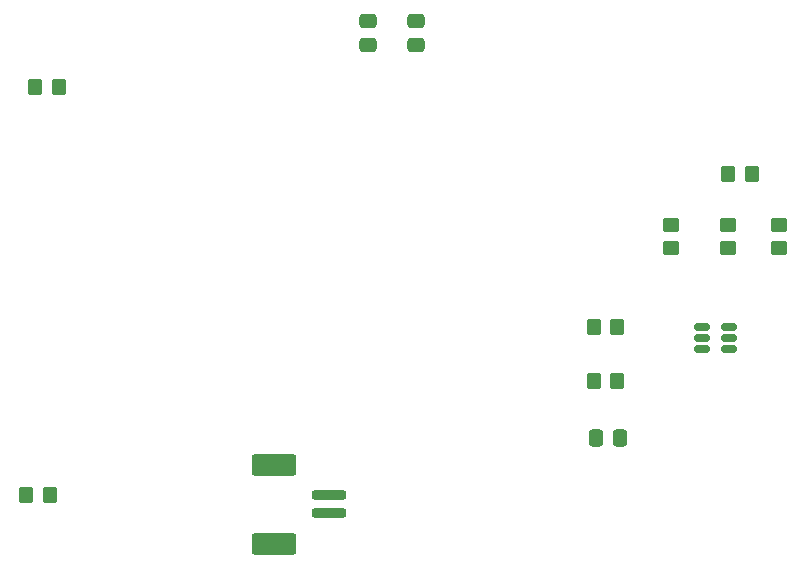
<source format=gbr>
%TF.GenerationSoftware,KiCad,Pcbnew,7.0.9*%
%TF.CreationDate,2024-01-21T16:04:35-08:00*%
%TF.ProjectId,Sensing Device,53656e73-696e-4672-9044-65766963652e,rev?*%
%TF.SameCoordinates,Original*%
%TF.FileFunction,Paste,Top*%
%TF.FilePolarity,Positive*%
%FSLAX46Y46*%
G04 Gerber Fmt 4.6, Leading zero omitted, Abs format (unit mm)*
G04 Created by KiCad (PCBNEW 7.0.9) date 2024-01-21 16:04:35*
%MOMM*%
%LPD*%
G01*
G04 APERTURE LIST*
G04 Aperture macros list*
%AMRoundRect*
0 Rectangle with rounded corners*
0 $1 Rounding radius*
0 $2 $3 $4 $5 $6 $7 $8 $9 X,Y pos of 4 corners*
0 Add a 4 corners polygon primitive as box body*
4,1,4,$2,$3,$4,$5,$6,$7,$8,$9,$2,$3,0*
0 Add four circle primitives for the rounded corners*
1,1,$1+$1,$2,$3*
1,1,$1+$1,$4,$5*
1,1,$1+$1,$6,$7*
1,1,$1+$1,$8,$9*
0 Add four rect primitives between the rounded corners*
20,1,$1+$1,$2,$3,$4,$5,0*
20,1,$1+$1,$4,$5,$6,$7,0*
20,1,$1+$1,$6,$7,$8,$9,0*
20,1,$1+$1,$8,$9,$2,$3,0*%
G04 Aperture macros list end*
%ADD10RoundRect,0.150000X-0.512500X-0.150000X0.512500X-0.150000X0.512500X0.150000X-0.512500X0.150000X0*%
%ADD11RoundRect,0.250000X-0.350000X-0.450000X0.350000X-0.450000X0.350000X0.450000X-0.350000X0.450000X0*%
%ADD12RoundRect,0.250000X0.450000X-0.350000X0.450000X0.350000X-0.450000X0.350000X-0.450000X-0.350000X0*%
%ADD13RoundRect,0.250000X-0.475000X0.337500X-0.475000X-0.337500X0.475000X-0.337500X0.475000X0.337500X0*%
%ADD14RoundRect,0.200000X-1.250000X0.200000X-1.250000X-0.200000X1.250000X-0.200000X1.250000X0.200000X0*%
%ADD15RoundRect,0.250000X-1.650000X0.650000X-1.650000X-0.650000X1.650000X-0.650000X1.650000X0.650000X0*%
%ADD16RoundRect,0.250000X-0.450000X0.350000X-0.450000X-0.350000X0.450000X-0.350000X0.450000X0.350000X0*%
%ADD17RoundRect,0.250000X0.337500X0.475000X-0.337500X0.475000X-0.337500X-0.475000X0.337500X-0.475000X0*%
%ADD18RoundRect,0.250000X0.350000X0.450000X-0.350000X0.450000X-0.350000X-0.450000X0.350000X-0.450000X0*%
G04 APERTURE END LIST*
D10*
%TO.C,U2*%
X128862500Y-69050000D03*
X128862500Y-70000000D03*
X128862500Y-70950000D03*
X131137500Y-70950000D03*
X131137500Y-70000000D03*
X131137500Y-69050000D03*
%TD*%
D11*
%TO.C,R7*%
X119666000Y-69088000D03*
X121666000Y-69088000D03*
%TD*%
D12*
%TO.C,R5*%
X135382000Y-62415400D03*
X135382000Y-60415400D03*
%TD*%
D13*
%TO.C,C3*%
X100584000Y-43137000D03*
X100584000Y-45212000D03*
%TD*%
D14*
%TO.C,BT1*%
X97282000Y-83336000D03*
X97282000Y-84836000D03*
D15*
X92582000Y-80736000D03*
X92582000Y-87436000D03*
%TD*%
D11*
%TO.C,R8*%
X119666000Y-73660000D03*
X121666000Y-73660000D03*
%TD*%
D16*
%TO.C,R3*%
X126238000Y-60415400D03*
X126238000Y-62415400D03*
%TD*%
D11*
%TO.C,R1*%
X71628000Y-83312000D03*
X73628000Y-83312000D03*
%TD*%
D17*
%TO.C,C1*%
X121920000Y-78486000D03*
X119845000Y-78486000D03*
%TD*%
D18*
%TO.C,R6*%
X133080000Y-56134000D03*
X131080000Y-56134000D03*
%TD*%
D11*
%TO.C,R2*%
X72390000Y-48768000D03*
X74390000Y-48768000D03*
%TD*%
D12*
%TO.C,R4*%
X131064000Y-62415400D03*
X131064000Y-60415400D03*
%TD*%
D13*
%TO.C,C2*%
X104648000Y-43137000D03*
X104648000Y-45212000D03*
%TD*%
M02*

</source>
